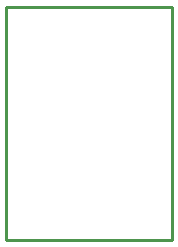
<source format=gm1>
G04*
G04 #@! TF.GenerationSoftware,Altium Limited,Altium Designer,22.2.1 (43)*
G04*
G04 Layer_Color=16711935*
%FSLAX25Y25*%
%MOIN*%
G70*
G04*
G04 #@! TF.SameCoordinates,F257658A-247B-4475-9E09-9EFA5F1A57C6*
G04*
G04*
G04 #@! TF.FilePolarity,Positive*
G04*
G01*
G75*
%ADD11C,0.01000*%
D11*
X5500Y3000D02*
Y80500D01*
X61000D01*
Y3000D02*
Y80500D01*
X5500Y3000D02*
X61000D01*
M02*

</source>
